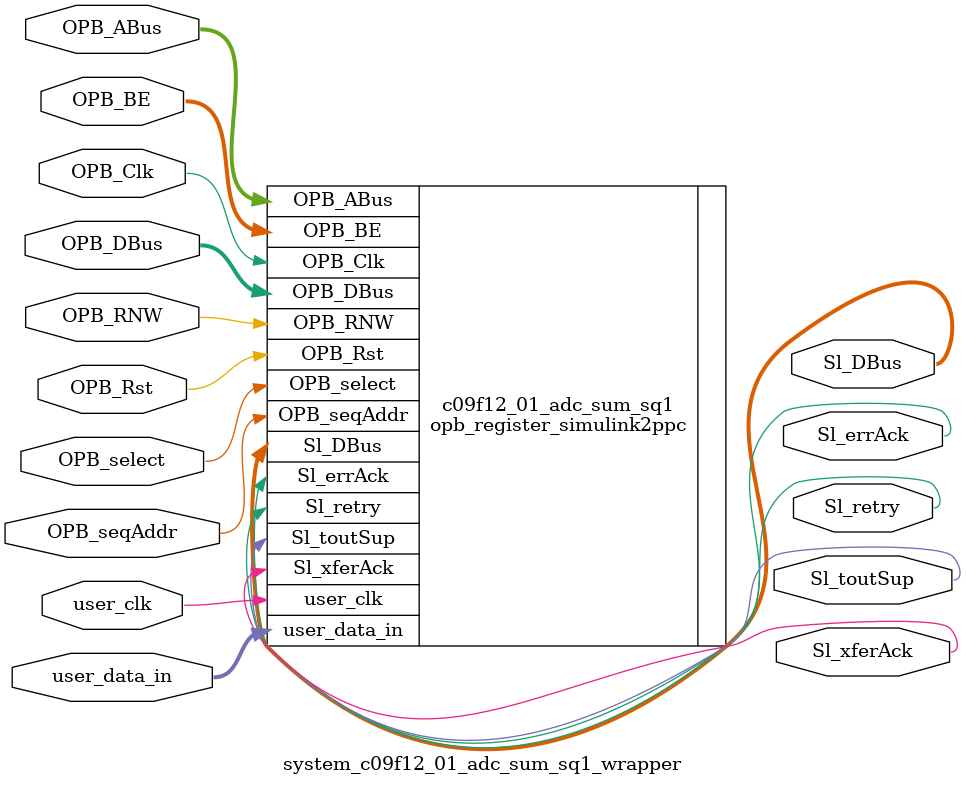
<source format=v>

module system_c09f12_01_adc_sum_sq1_wrapper
  (
    OPB_Clk,
    OPB_Rst,
    Sl_DBus,
    Sl_errAck,
    Sl_retry,
    Sl_toutSup,
    Sl_xferAck,
    OPB_ABus,
    OPB_BE,
    OPB_DBus,
    OPB_RNW,
    OPB_select,
    OPB_seqAddr,
    user_data_in,
    user_clk
  );
  input OPB_Clk;
  input OPB_Rst;
  output [0:31] Sl_DBus;
  output Sl_errAck;
  output Sl_retry;
  output Sl_toutSup;
  output Sl_xferAck;
  input [0:31] OPB_ABus;
  input [0:3] OPB_BE;
  input [0:31] OPB_DBus;
  input OPB_RNW;
  input OPB_select;
  input OPB_seqAddr;
  input [31:0] user_data_in;
  input user_clk;

  opb_register_simulink2ppc
    #(
      .C_BASEADDR ( 32'h01004600 ),
      .C_HIGHADDR ( 32'h010046FF ),
      .C_OPB_AWIDTH ( 32 ),
      .C_OPB_DWIDTH ( 32 ),
      .C_FAMILY ( "virtex5" )
    )
    c09f12_01_adc_sum_sq1 (
      .OPB_Clk ( OPB_Clk ),
      .OPB_Rst ( OPB_Rst ),
      .Sl_DBus ( Sl_DBus ),
      .Sl_errAck ( Sl_errAck ),
      .Sl_retry ( Sl_retry ),
      .Sl_toutSup ( Sl_toutSup ),
      .Sl_xferAck ( Sl_xferAck ),
      .OPB_ABus ( OPB_ABus ),
      .OPB_BE ( OPB_BE ),
      .OPB_DBus ( OPB_DBus ),
      .OPB_RNW ( OPB_RNW ),
      .OPB_select ( OPB_select ),
      .OPB_seqAddr ( OPB_seqAddr ),
      .user_data_in ( user_data_in ),
      .user_clk ( user_clk )
    );

endmodule


</source>
